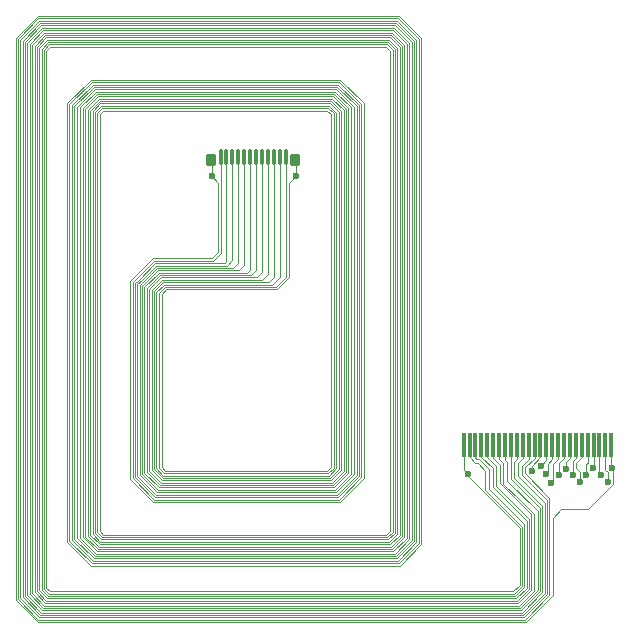
<source format=gtl>
G04 #@! TF.GenerationSoftware,KiCad,Pcbnew,9.0.1*
G04 #@! TF.CreationDate,2025-05-24T21:42:48+02:00*
G04 #@! TF.ProjectId,spiral flex,73706972-616c-4206-966c-65782e6b6963,rev?*
G04 #@! TF.SameCoordinates,Original*
G04 #@! TF.FileFunction,Copper,L1,Top*
G04 #@! TF.FilePolarity,Positive*
%FSLAX46Y46*%
G04 Gerber Fmt 4.6, Leading zero omitted, Abs format (unit mm)*
G04 Created by KiCad (PCBNEW 9.0.1) date 2025-05-24 21:42:48*
%MOMM*%
%LPD*%
G01*
G04 APERTURE LIST*
G04 Aperture macros list*
%AMRoundRect*
0 Rectangle with rounded corners*
0 $1 Rounding radius*
0 $2 $3 $4 $5 $6 $7 $8 $9 X,Y pos of 4 corners*
0 Add a 4 corners polygon primitive as box body*
4,1,4,$2,$3,$4,$5,$6,$7,$8,$9,$2,$3,0*
0 Add four circle primitives for the rounded corners*
1,1,$1+$1,$2,$3*
1,1,$1+$1,$4,$5*
1,1,$1+$1,$6,$7*
1,1,$1+$1,$8,$9*
0 Add four rect primitives between the rounded corners*
20,1,$1+$1,$2,$3,$4,$5,0*
20,1,$1+$1,$4,$5,$6,$7,0*
20,1,$1+$1,$6,$7,$8,$9,0*
20,1,$1+$1,$8,$9,$2,$3,0*%
G04 Aperture macros list end*
G04 #@! TA.AperFunction,ConnectorPad*
%ADD10R,0.300000X2.000000*%
G04 #@! TD*
G04 #@! TA.AperFunction,SMDPad,CuDef*
%ADD11RoundRect,0.120000X0.280000X0.415000X-0.280000X0.415000X-0.280000X-0.415000X0.280000X-0.415000X0*%
G04 #@! TD*
G04 #@! TA.AperFunction,SMDPad,CuDef*
%ADD12RoundRect,0.120000X-0.280000X-0.415000X0.280000X-0.415000X0.280000X0.415000X-0.280000X0.415000X0*%
G04 #@! TD*
G04 #@! TA.AperFunction,SMDPad,CuDef*
%ADD13RoundRect,0.050000X0.115000X0.625000X-0.115000X0.625000X-0.115000X-0.625000X0.115000X-0.625000X0*%
G04 #@! TD*
G04 #@! TA.AperFunction,ViaPad*
%ADD14C,0.600000*%
G04 #@! TD*
G04 #@! TA.AperFunction,Conductor*
%ADD15C,0.100000*%
G04 #@! TD*
G04 APERTURE END LIST*
D10*
X136270000Y-95527768D03*
X136770000Y-95527768D03*
X137270000Y-95527768D03*
X137770000Y-95527768D03*
X138270000Y-95527768D03*
X138770000Y-95527768D03*
X139270000Y-95527768D03*
X139770000Y-95527768D03*
X140270000Y-95527768D03*
X140770000Y-95527768D03*
X141270000Y-95527768D03*
X141770000Y-95527768D03*
X142270000Y-95527768D03*
X142770000Y-95527768D03*
X143270000Y-95527768D03*
X143770000Y-95527768D03*
X144270000Y-95527768D03*
X144770000Y-95527768D03*
X145270000Y-95527768D03*
X145770000Y-95527768D03*
X146270000Y-95527768D03*
X146770000Y-95527768D03*
X147270000Y-95527768D03*
X147770000Y-95527768D03*
X148270000Y-95527768D03*
X148770000Y-95527768D03*
D11*
X114890000Y-71460000D03*
D12*
X121990000Y-71460000D03*
D13*
X115690000Y-71150000D03*
X116190000Y-71150000D03*
X116690000Y-71150000D03*
X117190000Y-71150000D03*
X117690000Y-71150000D03*
X118190000Y-71150000D03*
X118690000Y-71150000D03*
X119190000Y-71150000D03*
X119690000Y-71150000D03*
X120190000Y-71150000D03*
X120690000Y-71150000D03*
X121190000Y-71150000D03*
D14*
X144320000Y-98127768D03*
X143248409Y-98056177D03*
X147870000Y-98059733D03*
X144902271Y-97579165D03*
X143705423Y-98735373D03*
X145522210Y-98084813D03*
X136620000Y-98027768D03*
X148857018Y-97489700D03*
X142823983Y-97304959D03*
X146646786Y-98133855D03*
X146108909Y-98716677D03*
X142020000Y-97740768D03*
X148473550Y-98684835D03*
X147220000Y-97527768D03*
X122075000Y-72775000D03*
X114925000Y-72775000D03*
D15*
X101105254Y-61447000D02*
X105500000Y-61447000D01*
X100546999Y-62005256D02*
X101105254Y-61447000D01*
X100547000Y-107794746D02*
X100546999Y-62005256D01*
X101105256Y-108353001D02*
X100547000Y-107794746D01*
X140614745Y-108353000D02*
X101105256Y-108353001D01*
X141402000Y-102261124D02*
X141402000Y-107565745D01*
X138416000Y-97608158D02*
X138416000Y-99275124D01*
X137586610Y-96778768D02*
X138416000Y-97608158D01*
X137369000Y-96778768D02*
X137586610Y-96778768D01*
X137270000Y-96679768D02*
X137369000Y-96778768D01*
X138416000Y-99275124D02*
X141402000Y-102261124D01*
X137270000Y-95527768D02*
X137270000Y-96679768D01*
X141402000Y-107565745D02*
X140614745Y-108353000D01*
X113500000Y-99962002D02*
X125644059Y-99962000D01*
X116500000Y-99761002D02*
X125560802Y-99761000D01*
X110105950Y-99962003D02*
X113500000Y-99962002D01*
X110189207Y-99761003D02*
X116500000Y-99761002D01*
X109976433Y-100401000D02*
X125773572Y-100401000D01*
X110059689Y-100200000D02*
X125690315Y-100200000D01*
X143798884Y-108295685D02*
X143798884Y-101698884D01*
X141530566Y-110564003D02*
X143798884Y-108295685D01*
X100189432Y-110564004D02*
X119000000Y-110564002D01*
X98336000Y-108710573D02*
X100189432Y-110564004D01*
X119000000Y-110564002D02*
X141530566Y-110564003D01*
X98335997Y-61089432D02*
X98336000Y-108710573D01*
X100189434Y-59235994D02*
X98335997Y-61089432D01*
X116000000Y-59235994D02*
X100189434Y-59235994D01*
X141469000Y-97969000D02*
X141469000Y-97456446D01*
X143531000Y-100031000D02*
X141469000Y-97969000D01*
X143531000Y-108279310D02*
X143531000Y-100031000D01*
X141447309Y-110363003D02*
X143531000Y-108279310D01*
X119000000Y-110363002D02*
X141447309Y-110363003D01*
X98537000Y-108627316D02*
X100272689Y-110363004D01*
X100272689Y-110363004D02*
X119000000Y-110363002D01*
X98536997Y-61172688D02*
X98537000Y-108627316D01*
X100272691Y-59436994D02*
X98536997Y-61172688D01*
X130727307Y-59436994D02*
X100272691Y-59436994D01*
X132463003Y-103874023D02*
X132463000Y-61172686D01*
X104772693Y-105563004D02*
X130774025Y-105563002D01*
X102897000Y-103687312D02*
X104772693Y-105563004D01*
X102897000Y-90600000D02*
X102897000Y-103687312D01*
X102896998Y-66712689D02*
X102897000Y-90600000D01*
X104772689Y-64836997D02*
X102896998Y-66712689D01*
X127603000Y-66712687D02*
X125727307Y-64836995D01*
X141469000Y-97456446D02*
X142270000Y-96655446D01*
X142270000Y-96655446D02*
X142270000Y-95527768D01*
X125727307Y-64836995D02*
X104772689Y-64836997D01*
X108239994Y-81794694D02*
X108239997Y-98380308D01*
X130774025Y-105563002D02*
X132463003Y-103874023D01*
X125690315Y-100200000D02*
X127603001Y-98287314D01*
X127603001Y-98287314D02*
X127603000Y-66712687D01*
X108239997Y-98380308D02*
X110059689Y-100200000D01*
X132463000Y-61172686D02*
X130727307Y-59436994D01*
X143330000Y-108196054D02*
X143330000Y-100255678D01*
X141364052Y-110162003D02*
X143330000Y-108196054D01*
X119500000Y-110162002D02*
X141364052Y-110162003D01*
X141270000Y-96679768D02*
X141270000Y-95527768D01*
X140867000Y-97082768D02*
X141270000Y-96679768D01*
X140867000Y-98218356D02*
X140867000Y-97082768D01*
X143129000Y-100480356D02*
X140867000Y-98218356D01*
X100439202Y-109961003D02*
X121000000Y-109961002D01*
X121000000Y-109961002D02*
X141280795Y-109961003D01*
X98939000Y-108460802D02*
X100439202Y-109961003D01*
X98938998Y-61339201D02*
X98939000Y-108460802D01*
X143129000Y-108112798D02*
X143129000Y-100480356D01*
X100439198Y-59839000D02*
X98938998Y-61339201D01*
X112000000Y-59839000D02*
X100439198Y-59839000D01*
X141280795Y-109961003D02*
X143129000Y-108112798D01*
X140566000Y-96958090D02*
X140770000Y-96754090D01*
X140770000Y-96754090D02*
X140770000Y-95527768D01*
X140566000Y-98343034D02*
X140566000Y-96958090D01*
X142928000Y-100705034D02*
X140566000Y-98343034D01*
X122500000Y-109760002D02*
X141197538Y-109760003D01*
X99140000Y-108377545D02*
X100522459Y-109760003D01*
X141197538Y-109760003D02*
X142928000Y-108029540D01*
X142928000Y-108029540D02*
X142928000Y-100705034D01*
X99139998Y-61422458D02*
X99140000Y-108377545D01*
X100522459Y-109760003D02*
X122500000Y-109760002D01*
X100522455Y-60040000D02*
X99139998Y-61422458D01*
X110500000Y-60040000D02*
X100522455Y-60040000D01*
X140265000Y-95532768D02*
X140270000Y-95527768D01*
X140265000Y-98472768D02*
X140265000Y-95532768D01*
X142727000Y-100934768D02*
X140265000Y-98472768D01*
X142727000Y-107946284D02*
X142727000Y-100934768D01*
X141114281Y-109559003D02*
X142727000Y-107946284D01*
X100605716Y-109559003D02*
X123500000Y-109559002D01*
X99341000Y-108294288D02*
X100605716Y-109559003D01*
X100605712Y-60241000D02*
X99340998Y-61505715D01*
X99340998Y-61505715D02*
X99341000Y-108294288D01*
X123500000Y-109559002D02*
X141114281Y-109559003D01*
X111000000Y-60241000D02*
X100605712Y-60241000D01*
X139770000Y-96833768D02*
X139770000Y-95527768D01*
X139964000Y-97027768D02*
X139770000Y-96833768D01*
X142526000Y-101159446D02*
X139964000Y-98597446D01*
X141031024Y-109358003D02*
X142526000Y-107863027D01*
X139964000Y-98597446D02*
X139964000Y-97027768D01*
X100688973Y-109358003D02*
X124500000Y-109358002D01*
X124500000Y-109358002D02*
X141031024Y-109358003D01*
X99541998Y-61588972D02*
X99542000Y-108211031D01*
X142526000Y-107863027D02*
X142526000Y-101159446D01*
X100688969Y-60442000D02*
X99541998Y-61588972D01*
X110000000Y-60442000D02*
X100688969Y-60442000D01*
X99542000Y-108211031D02*
X100688973Y-109358003D01*
X142206000Y-107898771D02*
X142206000Y-101406545D01*
X140947768Y-109157002D02*
X142206000Y-107898771D01*
X99743000Y-108127774D02*
X100772230Y-109157003D01*
X99742998Y-61672229D02*
X99743000Y-108127774D01*
X100772226Y-60643000D02*
X99742998Y-61672229D01*
X100772230Y-109157003D02*
X140947768Y-109157002D01*
X109000000Y-60643000D02*
X100772226Y-60643000D01*
X142206000Y-101406545D02*
X142073611Y-101274157D01*
X142005000Y-107815514D02*
X142005000Y-101489802D01*
X109500000Y-108956002D02*
X140864512Y-108956002D01*
X100855487Y-108956003D02*
X109500000Y-108956002D01*
X99943998Y-61755486D02*
X99944000Y-108044517D01*
X130144513Y-60843999D02*
X100855483Y-60844000D01*
X131056000Y-61755485D02*
X130144513Y-60843999D01*
X131056001Y-103244514D02*
X131056000Y-61755485D01*
X130144516Y-104156000D02*
X131056001Y-103244514D01*
X105355486Y-104156001D02*
X130144516Y-104156000D01*
X104443998Y-103244513D02*
X105355486Y-104156001D01*
X104443997Y-67155487D02*
X104443998Y-103244513D01*
X105355483Y-66244000D02*
X104443997Y-67155487D01*
X100855483Y-60844000D02*
X99943998Y-61755486D01*
X125144513Y-66243999D02*
X105355483Y-66244000D01*
X126103000Y-67202485D02*
X125144513Y-66243999D01*
X126103001Y-97797515D02*
X126103000Y-67202485D01*
X125144517Y-98756000D02*
X126103001Y-97797515D01*
X99944000Y-108044517D02*
X100855487Y-108956003D01*
X109647000Y-97797515D02*
X110605488Y-98756002D01*
X109912242Y-82112242D02*
X109647000Y-82377486D01*
X110605488Y-98756002D02*
X125144517Y-98756000D01*
X142005000Y-101489802D02*
X141957599Y-101442401D01*
X139319000Y-98803802D02*
X141957599Y-101442401D01*
X140864512Y-108956002D02*
X142005000Y-107815514D01*
X109647000Y-82377486D02*
X109647000Y-97797515D01*
X138270000Y-96610802D02*
X138270000Y-95527768D01*
X139018000Y-99025768D02*
X139018000Y-97358802D01*
X141804000Y-107732258D02*
X141804000Y-101811768D01*
X140781258Y-108755000D02*
X141804000Y-107732258D01*
X126500000Y-108755000D02*
X140781258Y-108755000D01*
X100938743Y-108755002D02*
X126500000Y-108755000D01*
X100145000Y-107961260D02*
X100938743Y-108755002D01*
X100144999Y-61838742D02*
X100145000Y-107961260D01*
X100938740Y-61045000D02*
X100144999Y-61838742D01*
X130061256Y-61044999D02*
X100938740Y-61045000D01*
X130855000Y-61838742D02*
X130061256Y-61044999D01*
X130855001Y-103161257D02*
X130855000Y-61838742D01*
X105438742Y-103955001D02*
X130061259Y-103955000D01*
X104644998Y-103161257D02*
X105438742Y-103955001D01*
X139018000Y-97358802D02*
X138270000Y-96610802D01*
X104644997Y-67238744D02*
X104644998Y-103161257D01*
X105438740Y-66445000D02*
X104644997Y-67238744D01*
X125061256Y-66444999D02*
X105438740Y-66445000D01*
X125902000Y-67285742D02*
X125061256Y-66444999D01*
X125902000Y-97714259D02*
X125902000Y-67285742D01*
X110688744Y-98555001D02*
X125061260Y-98555000D01*
X109848000Y-82460742D02*
X109848000Y-97714258D01*
X110737740Y-81571000D02*
X109848000Y-82460742D01*
X109848000Y-97714258D02*
X110688744Y-98555001D01*
X141804000Y-101811768D02*
X139018000Y-99025768D01*
X119234000Y-81571000D02*
X110737740Y-81571000D01*
X130061259Y-103955000D02*
X130855001Y-103161257D01*
X119690000Y-81115000D02*
X119234000Y-81571000D01*
X119690000Y-71150000D02*
X119690000Y-81115000D01*
X125061260Y-98555000D02*
X125902000Y-97714259D01*
X137770000Y-96536480D02*
X137770000Y-95527768D01*
X141603000Y-102036446D02*
X138717000Y-99150446D01*
X141603000Y-107649002D02*
X141603000Y-102036446D01*
X140698002Y-108554000D02*
X141603000Y-107649002D01*
X101021999Y-108554001D02*
X140698002Y-108554000D01*
X100346000Y-107878003D02*
X101021999Y-108554001D01*
X100345999Y-61921999D02*
X100346000Y-107878003D01*
X101021997Y-61246000D02*
X100345999Y-61921999D01*
X130654000Y-61921999D02*
X129978000Y-61246000D01*
X130654001Y-103078000D02*
X130654000Y-61921999D01*
X129978002Y-103754000D02*
X130654001Y-103078000D01*
X104846000Y-103078003D02*
X105521999Y-103754001D01*
X104846000Y-103077998D02*
X104846000Y-103078003D01*
X104845998Y-103078000D02*
X104846000Y-103077998D01*
X129978000Y-61246000D02*
X101021997Y-61246000D01*
X104845998Y-67322000D02*
X104845998Y-103078000D01*
X105521997Y-66646000D02*
X104845998Y-67322000D01*
X138717000Y-97483480D02*
X137770000Y-96536480D01*
X124978000Y-66646000D02*
X105521997Y-66646000D01*
X125701000Y-67368999D02*
X124978000Y-66646000D01*
X125701000Y-97631002D02*
X125701000Y-67368999D01*
X105521999Y-103754001D02*
X129978002Y-103754000D01*
X110049000Y-97631001D02*
X110772000Y-98354000D01*
X119750000Y-81772000D02*
X110820998Y-81772000D01*
X110049000Y-82543998D02*
X110049000Y-97631001D01*
X138717000Y-99150446D02*
X138717000Y-97483480D01*
X110820998Y-81772000D02*
X110049000Y-82543998D01*
X120190000Y-81332000D02*
X119750000Y-81772000D01*
X110772000Y-98354000D02*
X124978003Y-98354000D01*
X124978003Y-98354000D02*
X125701000Y-97631002D01*
X120190000Y-71150000D02*
X120190000Y-81332000D01*
X137244322Y-97079768D02*
X136770000Y-96605446D01*
X137461932Y-97079768D02*
X137244322Y-97079768D01*
X138115000Y-97732836D02*
X137461932Y-97079768D01*
X138115000Y-99399802D02*
X138115000Y-97732836D01*
X141201000Y-102485802D02*
X138115000Y-99399802D01*
X141201000Y-107482488D02*
X141201000Y-102485802D01*
X140531489Y-108152000D02*
X141201000Y-107482488D01*
X101188512Y-108152000D02*
X140531489Y-108152000D01*
X100748000Y-107711489D02*
X101188512Y-108152000D01*
X100748000Y-62088512D02*
X100748000Y-107711489D01*
X101188511Y-61648000D02*
X100748000Y-62088512D01*
X129811488Y-61648000D02*
X101188511Y-61648000D01*
X130252000Y-62088512D02*
X129811488Y-61648000D01*
X130252000Y-102911488D02*
X130252000Y-62088512D01*
X129811488Y-103352000D02*
X130252000Y-102911488D01*
X105248000Y-102911489D02*
X105688512Y-103352000D01*
X105248000Y-67488512D02*
X105248000Y-102911489D01*
X105688511Y-67048000D02*
X105248000Y-67488512D01*
X124811488Y-67048000D02*
X105688511Y-67048000D01*
X125252000Y-67488512D02*
X124811488Y-67048000D01*
X125252000Y-97511488D02*
X125252000Y-67488512D01*
X124811489Y-97952000D02*
X125252000Y-97511488D01*
X110938512Y-97952000D02*
X124811489Y-97952000D01*
X110987511Y-82174000D02*
X110498000Y-82663512D01*
X120351000Y-82174000D02*
X110987511Y-82174000D01*
X136770000Y-96605446D02*
X136770000Y-95527768D01*
X121190000Y-81335000D02*
X120351000Y-82174000D01*
X105688512Y-103352000D02*
X129811488Y-103352000D01*
X110498000Y-97511488D02*
X110938512Y-97952000D01*
X121190000Y-71150000D02*
X121190000Y-81335000D01*
X110498000Y-82663512D02*
X110498000Y-97511488D01*
X121449000Y-73401000D02*
X122075000Y-72775000D01*
X121449000Y-81360256D02*
X121449000Y-73401000D01*
X120434256Y-82375000D02*
X121449000Y-81360256D01*
X111070768Y-82375000D02*
X120434256Y-82375000D01*
X110699000Y-82746769D02*
X111070768Y-82375000D01*
X110699000Y-97428232D02*
X110699000Y-82746769D01*
X111021768Y-97751000D02*
X110699000Y-97428232D01*
X124728232Y-97751000D02*
X111021768Y-97751000D01*
X125051000Y-97428232D02*
X124728232Y-97751000D01*
X125051000Y-67571768D02*
X125051000Y-97428232D01*
X124728232Y-67249000D02*
X125051000Y-67571768D01*
X105771768Y-67249000D02*
X124728232Y-67249000D01*
X105449000Y-67571768D02*
X105771768Y-67249000D01*
X105449000Y-102828232D02*
X105449000Y-67571768D01*
X105771768Y-103151000D02*
X105449000Y-102828232D01*
X129728232Y-103151000D02*
X105771768Y-103151000D01*
X130051000Y-102828232D02*
X129728232Y-103151000D01*
X130051000Y-62171768D02*
X130051000Y-102828232D01*
X129728232Y-61849000D02*
X130051000Y-62171768D01*
X101271768Y-61849000D02*
X129728232Y-61849000D01*
X100949000Y-62171768D02*
X101271768Y-61849000D01*
X101271768Y-107951000D02*
X100949000Y-107628232D01*
X136620000Y-98189059D02*
X141000000Y-102569058D01*
X140448232Y-107951000D02*
X101271768Y-107951000D01*
X141000000Y-102569058D02*
X141000000Y-107399232D01*
X141000000Y-107399232D02*
X140448232Y-107951000D01*
X100949000Y-107628232D02*
X100949000Y-62171768D01*
X136620000Y-98027768D02*
X136620000Y-98189059D01*
X148473550Y-97884051D02*
X148270000Y-97680501D01*
X148270000Y-97680501D02*
X148270000Y-95527768D01*
X148473550Y-98684835D02*
X148473550Y-97884051D01*
X147220000Y-97527768D02*
X147270000Y-97477768D01*
X147270000Y-97477768D02*
X147270000Y-95527768D01*
X143248409Y-98056177D02*
X143374983Y-97929602D01*
X143374983Y-97179637D02*
X143770000Y-96784620D01*
X143374983Y-97929602D02*
X143374983Y-97179637D01*
X143770000Y-96784620D02*
X143770000Y-95527768D01*
X138770000Y-95527768D02*
X138770000Y-96685124D01*
X138671000Y-95626768D02*
X138770000Y-95527768D01*
X138869000Y-95626768D02*
X138770000Y-95527768D01*
X138770000Y-96685124D02*
X139319000Y-97234124D01*
X139319000Y-97234124D02*
X139319000Y-98803802D01*
X140171000Y-95626768D02*
X140270000Y-95527768D01*
X145522210Y-98084813D02*
X145522210Y-96927558D01*
X145522210Y-96927558D02*
X145770000Y-96679768D01*
X145770000Y-96679768D02*
X145770000Y-95527768D01*
X144320000Y-98127768D02*
X144320000Y-97085976D01*
X144671000Y-95626768D02*
X144770000Y-95527768D01*
X142823983Y-97304959D02*
X143270000Y-96858942D01*
X143270000Y-96858942D02*
X143270000Y-95527768D01*
X144770000Y-96635976D02*
X144770000Y-95527768D01*
X144320000Y-97085976D02*
X144770000Y-96635976D01*
X141671000Y-96376768D02*
X141759678Y-96288090D01*
X141168000Y-97331768D02*
X141168000Y-98093678D01*
X141770000Y-95527768D02*
X141770000Y-96729768D01*
X137770000Y-95527768D02*
X137671000Y-95626768D01*
X141759678Y-96288090D02*
X141759678Y-95538090D01*
X141168000Y-98093678D02*
X143330000Y-100255678D01*
X141759678Y-95538090D02*
X141770000Y-95527768D01*
X141770000Y-96729768D02*
X141168000Y-97331768D01*
X139620000Y-98820545D02*
X139620000Y-97109446D01*
X139620000Y-97109446D02*
X139270000Y-96759446D01*
X139270000Y-96759446D02*
X139270000Y-95527768D01*
X139369000Y-95626768D02*
X139270000Y-95527768D01*
X139171000Y-95626768D02*
X139270000Y-95527768D01*
X140937644Y-100138190D02*
X139620000Y-98820545D01*
X142073611Y-101274157D02*
X140937644Y-100138190D01*
X147870000Y-98059733D02*
X147770000Y-97959733D01*
X146770000Y-97077768D02*
X146770000Y-95527768D01*
X146646786Y-98133855D02*
X146646786Y-97200982D01*
X147770000Y-97959733D02*
X147770000Y-95527768D01*
X146646786Y-97200982D02*
X146770000Y-97077768D01*
X144902271Y-97027768D02*
X145270000Y-96660039D01*
X145270000Y-96660039D02*
X145270000Y-95527768D01*
X144902271Y-97579165D02*
X144971033Y-97579165D01*
X144270000Y-96710298D02*
X144270000Y-95527768D01*
X143799409Y-98641387D02*
X143799409Y-97180889D01*
X143799409Y-97180889D02*
X144270000Y-96710298D01*
X143705423Y-98735373D02*
X143799409Y-98641387D01*
X144902271Y-97579165D02*
X144902271Y-97027768D01*
X145171000Y-95626768D02*
X145270000Y-95527768D01*
X144520786Y-100976982D02*
X146819214Y-100976982D01*
X136620000Y-98027768D02*
X136270000Y-97677768D01*
X148924550Y-97557232D02*
X148857018Y-97489700D01*
X148770000Y-97402682D02*
X148770000Y-95527768D01*
X136270000Y-97677768D02*
X136270000Y-95527768D01*
X148857018Y-97489700D02*
X148770000Y-97402682D01*
X148774550Y-95532318D02*
X148770000Y-95527768D01*
X146819214Y-100976982D02*
X148924550Y-98871646D01*
X148924550Y-98871646D02*
X148924550Y-97557232D01*
X143798884Y-101698884D02*
X144520786Y-100976982D01*
X141171000Y-95626768D02*
X141270000Y-95527768D01*
X138171000Y-95626768D02*
X138270000Y-95527768D01*
X145823210Y-97527768D02*
X145823210Y-97052236D01*
X146270000Y-96605446D02*
X146270000Y-95527768D01*
X146108909Y-98716677D02*
X146108909Y-97813467D01*
X145823210Y-97052236D02*
X146270000Y-96605446D01*
X146108909Y-97813467D02*
X145823210Y-97527768D01*
X142020000Y-97740768D02*
X142020000Y-97331124D01*
X142020000Y-97331124D02*
X142770000Y-96581124D01*
X142770000Y-96581124D02*
X142770000Y-95527768D01*
X138369000Y-95527768D02*
X138270000Y-95527768D01*
X103000000Y-110162003D02*
X119500000Y-110162002D01*
X98738000Y-108544059D02*
X100355945Y-110162003D01*
X98737999Y-76800000D02*
X98738000Y-108544059D01*
X98737998Y-61255944D02*
X98737999Y-76800000D01*
X100355945Y-110162003D02*
X103000000Y-110162003D01*
X100355941Y-59638000D02*
X98737998Y-61255944D01*
X113000000Y-59638000D02*
X100355941Y-59638000D01*
X132664000Y-61089429D02*
X130810563Y-59235993D01*
X132664001Y-77400000D02*
X132664000Y-61089429D01*
X132664003Y-103957280D02*
X132664001Y-77400000D01*
X130857282Y-105764002D02*
X132664003Y-103957280D01*
X120500000Y-105764003D02*
X130857282Y-105764002D01*
X102696000Y-88800000D02*
X102696000Y-103770569D01*
X104689437Y-105764005D02*
X120500000Y-105764003D01*
X102696000Y-103770569D02*
X104689437Y-105764005D01*
X130810563Y-59235993D02*
X116000000Y-59235994D01*
X130644051Y-59637995D02*
X113000000Y-59638000D01*
X132262000Y-61255943D02*
X130644051Y-59637995D01*
X124500000Y-105362002D02*
X130690768Y-105362002D01*
X104855950Y-105362004D02*
X124500000Y-105362002D01*
X130690768Y-105362002D02*
X132262003Y-103790766D01*
X132262001Y-72000000D02*
X132262000Y-61255943D01*
X103098000Y-103604055D02*
X104855950Y-105362004D01*
X103098000Y-91800000D02*
X103098000Y-103604055D01*
X132262003Y-103790766D02*
X132262001Y-72000000D01*
X129500000Y-59838996D02*
X112000000Y-59839000D01*
X130560795Y-59838996D02*
X129500000Y-59838996D01*
X132061001Y-79800000D02*
X132061000Y-61339200D01*
X132061002Y-102600000D02*
X132061001Y-79800000D01*
X130607511Y-105161002D02*
X132061002Y-103707510D01*
X132061002Y-103707510D02*
X132061002Y-102600000D01*
X104939206Y-105161003D02*
X130607511Y-105161002D01*
X103299000Y-103520798D02*
X104939206Y-105161003D01*
X103299000Y-93000000D02*
X103299000Y-103520798D01*
X132061000Y-61339200D02*
X130560795Y-59838996D01*
X104689432Y-64635997D02*
X102695998Y-66629432D01*
X125810563Y-64635994D02*
X104689432Y-64635997D01*
X102695998Y-66629432D02*
X102696000Y-88800000D01*
X127804000Y-66629430D02*
X125810563Y-64635994D01*
X127804001Y-89400000D02*
X127804000Y-66629430D01*
X125773572Y-100401000D02*
X127804001Y-98370570D01*
X127804001Y-98370570D02*
X127804001Y-89400000D01*
X108038997Y-98463564D02*
X109976433Y-100401000D01*
X109988428Y-79762000D02*
X108038994Y-81711438D01*
X114963000Y-79762000D02*
X109988428Y-79762000D01*
X108038994Y-81711438D02*
X108038997Y-98463564D01*
X115489000Y-79236000D02*
X114963000Y-79762000D01*
X115489000Y-73339000D02*
X115489000Y-79236000D01*
X114925000Y-72775000D02*
X115489000Y-73339000D01*
X103097999Y-66795945D02*
X103098000Y-91800000D01*
X104855946Y-65037997D02*
X103097999Y-66795945D01*
X117500000Y-65037996D02*
X104855946Y-65037997D01*
X125644051Y-65037996D02*
X117500000Y-65037996D01*
X127402000Y-66795944D02*
X125644051Y-65037996D01*
X127402001Y-98204057D02*
X127402001Y-83400000D01*
X125644059Y-99962000D02*
X127402001Y-98204057D01*
X108440997Y-98297051D02*
X110105950Y-99962003D01*
X127402001Y-83400000D02*
X127402000Y-66795944D01*
X108440994Y-81877950D02*
X108440997Y-98297051D01*
X108661456Y-81657488D02*
X108440994Y-81877950D01*
X103299000Y-66879201D02*
X103299000Y-93000000D01*
X114000000Y-65238997D02*
X104939203Y-65238997D01*
X125560794Y-65238996D02*
X114000000Y-65238997D01*
X127201000Y-66879201D02*
X125560794Y-65238996D01*
X127201001Y-87000000D02*
X127201000Y-66879201D01*
X104939203Y-65238997D02*
X103299000Y-66879201D01*
X127201001Y-98120800D02*
X127201001Y-87000000D01*
X125560802Y-99761000D02*
X127201001Y-98120800D01*
X108641997Y-98213794D02*
X110189207Y-99761003D01*
X108641995Y-81961206D02*
X108641997Y-98213794D01*
X109001600Y-81601600D02*
X108641995Y-81961206D01*
X115046257Y-79963000D02*
X110071685Y-79963000D01*
X115690000Y-79319256D02*
X115046257Y-79963000D01*
X115690000Y-71150000D02*
X115690000Y-79319256D01*
X110154942Y-80164000D02*
X108661456Y-81657488D01*
X116190000Y-80035000D02*
X116061000Y-80164000D01*
X116190000Y-71150000D02*
X116190000Y-80035000D01*
X116061000Y-80164000D02*
X110154942Y-80164000D01*
X110238199Y-80365000D02*
X109001600Y-81601600D01*
X116690000Y-79925000D02*
X116250000Y-80365000D01*
X116690000Y-71150000D02*
X116690000Y-79925000D01*
X116250000Y-80365000D02*
X110238199Y-80365000D01*
X130477539Y-60039997D02*
X110500000Y-60040000D01*
X131860000Y-61422457D02*
X130477539Y-60039997D01*
X131860002Y-103624254D02*
X131860000Y-61422457D01*
X130524254Y-104960002D02*
X131860002Y-103624254D01*
X105022462Y-104960003D02*
X130524254Y-104960002D01*
X103500000Y-103437541D02*
X105022462Y-104960003D01*
X103500000Y-66962457D02*
X103500000Y-103437541D01*
X105022460Y-65439997D02*
X103500000Y-66962457D01*
X125477538Y-65439996D02*
X105022460Y-65439997D01*
X127000000Y-66962458D02*
X125477538Y-65439996D01*
X127000000Y-98037544D02*
X127000000Y-66962458D01*
X125477545Y-99560000D02*
X127000000Y-98037544D01*
X108842997Y-98130537D02*
X110272463Y-99560003D01*
X117190000Y-80135000D02*
X116759000Y-80566000D01*
X116759000Y-80566000D02*
X110321456Y-80566000D01*
X110321456Y-80566000D02*
X108842995Y-82044463D01*
X110272463Y-99560003D02*
X125477545Y-99560000D01*
X117190000Y-71150000D02*
X117190000Y-80135000D01*
X108842995Y-82044463D02*
X108842997Y-98130537D01*
X130394283Y-60240998D02*
X111000000Y-60241000D01*
X130440998Y-104759002D02*
X131659002Y-103540998D01*
X105105718Y-104759002D02*
X130440998Y-104759002D01*
X103799000Y-103452285D02*
X105105718Y-104759002D01*
X103799000Y-66947713D02*
X103799000Y-103452285D01*
X105105713Y-65641000D02*
X103799000Y-66947713D01*
X125394282Y-65640997D02*
X105105713Y-65641000D01*
X126706000Y-66952714D02*
X125394282Y-65640997D01*
X126706003Y-98047284D02*
X126706000Y-66952714D01*
X109043997Y-98047281D02*
X110355719Y-99359003D01*
X109043996Y-82127719D02*
X109043997Y-98047281D01*
X110404713Y-80767000D02*
X109043996Y-82127719D01*
X117258000Y-80767000D02*
X110404713Y-80767000D01*
X117690000Y-71150000D02*
X117690000Y-80335000D01*
X131659000Y-61505714D02*
X130394283Y-60240998D01*
X117690000Y-80335000D02*
X117258000Y-80767000D01*
X131659002Y-103540998D02*
X131659000Y-61505714D01*
X110355719Y-99359003D02*
X125394288Y-99359000D01*
X125394288Y-99359000D02*
X126706003Y-98047284D01*
X129000000Y-60441999D02*
X110000000Y-60442000D01*
X130311030Y-104558000D02*
X131458002Y-103411027D01*
X105188974Y-104558002D02*
X130311030Y-104558000D01*
X104000000Y-103369028D02*
X105188974Y-104558002D01*
X131458002Y-99000000D02*
X131458000Y-61588971D01*
X131458002Y-103411027D02*
X131458002Y-99000000D01*
X130311027Y-60441999D02*
X129000000Y-60441999D01*
X104000000Y-99600000D02*
X104000000Y-103369028D01*
X131458000Y-61588971D02*
X130311027Y-60441999D01*
X104000000Y-67030969D02*
X104000000Y-99600000D01*
X105188969Y-65842000D02*
X104000000Y-67030969D01*
X110000000Y-65842000D02*
X105188969Y-65842000D01*
X125311026Y-65841998D02*
X110000000Y-65842000D01*
X126505002Y-97964028D02*
X126505001Y-79800000D01*
X125311031Y-99158000D02*
X126505002Y-97964028D01*
X118000000Y-99158001D02*
X125311031Y-99158000D01*
X110438975Y-99158003D02*
X118000000Y-99158001D01*
X109244997Y-97964025D02*
X110438975Y-99158003D01*
X109244997Y-82210975D02*
X109244997Y-97964025D01*
X126505001Y-79800000D02*
X126505000Y-67035971D01*
X126505000Y-67035971D02*
X125311026Y-65841998D01*
X131257000Y-61672228D02*
X130227770Y-60642999D01*
X130227773Y-104357000D02*
X131257002Y-103327770D01*
X117000000Y-104357001D02*
X130227773Y-104357000D01*
X105272230Y-104357001D02*
X117000000Y-104357001D01*
X104242997Y-67072230D02*
X104242998Y-89400000D01*
X131257002Y-103327770D02*
X131257001Y-88800000D01*
X105272226Y-66043000D02*
X104242997Y-67072230D01*
X131257001Y-88800000D02*
X131257000Y-61672228D01*
X115000000Y-66043000D02*
X105272226Y-66043000D01*
X130227770Y-60642999D02*
X109000000Y-60643000D01*
X125227770Y-66042999D02*
X115000000Y-66043000D01*
X126304000Y-67119228D02*
X125227770Y-66042999D01*
X104242998Y-89400000D02*
X104242998Y-103327770D01*
X126304001Y-77400000D02*
X126304000Y-67119228D01*
X125227774Y-98957000D02*
X126304002Y-97880771D01*
X110522231Y-98957002D02*
X123500000Y-98957000D01*
X104242998Y-103327770D02*
X105272230Y-104357001D01*
X109446000Y-97880772D02*
X110522231Y-98957002D01*
X109446000Y-95400000D02*
X109446000Y-97880772D01*
X123500000Y-98957000D02*
X125227774Y-98957000D01*
X126304002Y-97880771D02*
X126304001Y-77400000D01*
X109446000Y-82294230D02*
X109446000Y-95400000D01*
X109520113Y-82220113D02*
X109446000Y-82294230D01*
X109912242Y-82112242D02*
X109647000Y-82377485D01*
X129894744Y-61447000D02*
X105500000Y-61447000D01*
X130453000Y-62005256D02*
X129894744Y-61447000D01*
X130453000Y-66600000D02*
X130453000Y-62005256D01*
X130453000Y-93000000D02*
X130453000Y-66600000D01*
X130453000Y-102994744D02*
X130453000Y-93000000D01*
X129894745Y-103553000D02*
X130453000Y-102994744D01*
X120000000Y-103553000D02*
X129894745Y-103553000D01*
X105605256Y-103553001D02*
X120000000Y-103553000D01*
X105047000Y-102994746D02*
X105605256Y-103553001D01*
X105047000Y-92400000D02*
X105047000Y-102994746D01*
X105046999Y-67405256D02*
X105047000Y-92400000D01*
X105605254Y-66847000D02*
X105046999Y-67405256D01*
X113500000Y-66847000D02*
X105605254Y-66847000D01*
X124894744Y-66847000D02*
X113500000Y-66847000D01*
X125500000Y-67452256D02*
X124894744Y-66847000D01*
X125500000Y-96600000D02*
X125500000Y-67452256D01*
X125500000Y-97547746D02*
X125500000Y-96600000D01*
X124894746Y-98153000D02*
X125500000Y-97547746D01*
X110855256Y-98153000D02*
X124894746Y-98153000D01*
X110250000Y-97547744D02*
X110855256Y-98153000D01*
X110250000Y-82627254D02*
X110250000Y-97547744D01*
X110487970Y-80968000D02*
X109244997Y-82210975D01*
X117957000Y-80968000D02*
X110487970Y-80968000D01*
X118190000Y-80735000D02*
X117957000Y-80968000D01*
X118190000Y-71150000D02*
X118190000Y-80735000D01*
X119190000Y-80930000D02*
X118750000Y-81370000D01*
X110654483Y-81370000D02*
X109912242Y-82112242D01*
X119190000Y-71150000D02*
X119190000Y-80930000D01*
X109520113Y-82220113D02*
X109445998Y-82294230D01*
X118750000Y-81370000D02*
X110654483Y-81370000D01*
X120052000Y-81973000D02*
X110904254Y-81973000D01*
X120690000Y-81335000D02*
X120052000Y-81973000D01*
X120690000Y-71150000D02*
X120690000Y-81335000D01*
X110904254Y-81973000D02*
X110250000Y-82627254D01*
X109520113Y-82220113D02*
X109445997Y-82294230D01*
X118690000Y-71150000D02*
X118690000Y-80735000D01*
X118690000Y-80735000D02*
X118256000Y-81169000D01*
X118256000Y-81169000D02*
X110571226Y-81169000D01*
X121837896Y-71297896D02*
X121677338Y-71282560D01*
X114925000Y-71415000D02*
X115042632Y-71297368D01*
X114925000Y-72775000D02*
X114925000Y-71415000D01*
X122075000Y-71535000D02*
X121837896Y-71297896D01*
X122075000Y-72775000D02*
X122075000Y-71535000D01*
X114750000Y-71590000D02*
X115042632Y-71297368D01*
X115042632Y-71297368D02*
X115202617Y-71282086D01*
X110571226Y-81169000D02*
X109520113Y-82220113D01*
X110071685Y-79963000D02*
X108467344Y-81567344D01*
X108467344Y-81567344D02*
X108239994Y-81794694D01*
M02*

</source>
